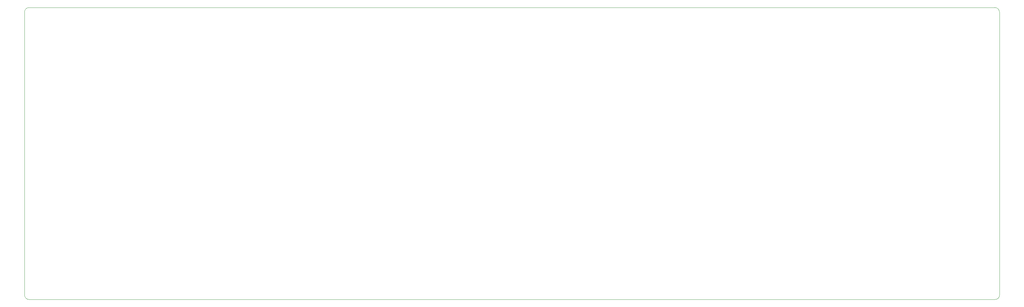
<source format=gbr>
%TF.GenerationSoftware,KiCad,Pcbnew,(6.0.7)*%
%TF.CreationDate,2023-01-10T10:00:22+01:00*%
%TF.ProjectId,skoosk backplate 4 screwholes,736b6f6f-736b-4206-9261-636b706c6174,rev?*%
%TF.SameCoordinates,Original*%
%TF.FileFunction,Profile,NP*%
%FSLAX46Y46*%
G04 Gerber Fmt 4.6, Leading zero omitted, Abs format (unit mm)*
G04 Created by KiCad (PCBNEW (6.0.7)) date 2023-01-10 10:00:22*
%MOMM*%
%LPD*%
G01*
G04 APERTURE LIST*
%TA.AperFunction,Profile*%
%ADD10C,0.100000*%
%TD*%
G04 APERTURE END LIST*
D10*
X3692026Y-91049974D02*
X274357212Y-91049992D01*
X274357212Y-91050012D02*
G75*
G03*
X275627212Y-89779992I-12J1270012D01*
G01*
X275627212Y-89779992D02*
X275580942Y-10423043D01*
X2422026Y-89779974D02*
G75*
G03*
X3692026Y-91049974I1269994J-6D01*
G01*
X3692026Y-9153026D02*
G75*
G03*
X2422026Y-10423026I-1J-1269999D01*
G01*
X275580957Y-10423043D02*
G75*
G03*
X274310942Y-9153043I-1269957J43D01*
G01*
X274310942Y-9153043D02*
X3692026Y-9153026D01*
X2422026Y-10423026D02*
X2422026Y-89779974D01*
M02*

</source>
